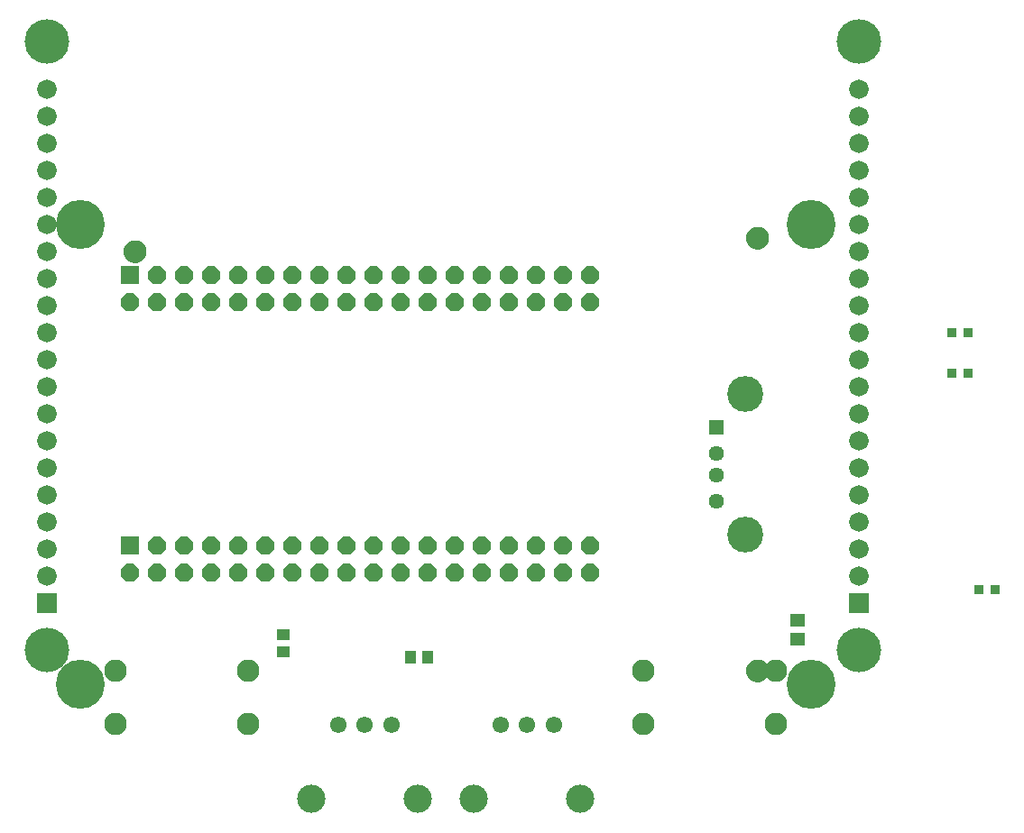
<source format=gbr>
G04 EAGLE Gerber RS-274X export*
G75*
%MOMM*%
%FSLAX34Y34*%
%LPD*%
%INSoldermask Top*%
%IPPOS*%
%AMOC8*
5,1,8,0,0,1.08239X$1,22.5*%
G01*
%ADD10R,1.676400X1.676400*%
%ADD11P,1.814519X8X22.500000*%
%ADD12R,0.952400X0.952400*%
%ADD13C,1.552400*%
%ADD14C,2.652400*%
%ADD15C,2.112400*%
%ADD16R,1.183641X1.102359*%
%ADD17C,4.597400*%
%ADD18C,0.609600*%
%ADD19C,1.168400*%
%ADD20R,1.422400X1.295400*%
%ADD21R,1.440400X1.440400*%
%ADD22C,1.440400*%
%ADD23C,3.372400*%
%ADD24R,1.828800X1.828800*%
%ADD25C,1.828800*%
%ADD26C,4.168400*%
%ADD27R,1.102359X1.183641*%


D10*
X84500Y421900D03*
D11*
X84500Y396500D03*
X109900Y421900D03*
X109900Y396500D03*
X135300Y421900D03*
X135300Y396500D03*
X160700Y421900D03*
X160700Y396500D03*
X186100Y421900D03*
X186100Y396500D03*
X211500Y421900D03*
X211500Y396500D03*
X236900Y421900D03*
X236900Y396500D03*
X262300Y421900D03*
X262300Y396500D03*
X287700Y421900D03*
X287700Y396500D03*
X313100Y421900D03*
X313100Y396500D03*
X338500Y421900D03*
X338500Y396500D03*
X363900Y421900D03*
X363900Y396500D03*
X389300Y421900D03*
X389300Y396500D03*
X414700Y421900D03*
X414700Y396500D03*
X440100Y421900D03*
X440100Y396500D03*
X465500Y421900D03*
X465500Y396500D03*
X490900Y421900D03*
X490900Y396500D03*
X516300Y421900D03*
X516300Y396500D03*
D10*
X84500Y167900D03*
D11*
X84500Y142500D03*
X109900Y167900D03*
X109900Y142500D03*
X135300Y167900D03*
X135300Y142500D03*
X160700Y167900D03*
X160700Y142500D03*
X186100Y167900D03*
X186100Y142500D03*
X211500Y167900D03*
X211500Y142500D03*
X236900Y167900D03*
X236900Y142500D03*
X262300Y167900D03*
X262300Y142500D03*
X287700Y167900D03*
X287700Y142500D03*
X313100Y167900D03*
X313100Y142500D03*
X338500Y167900D03*
X338500Y142500D03*
X363900Y167900D03*
X363900Y142500D03*
X389300Y167900D03*
X389300Y142500D03*
X414700Y167900D03*
X414700Y142500D03*
X440100Y167900D03*
X440100Y142500D03*
X465500Y167900D03*
X465500Y142500D03*
X490900Y167900D03*
X490900Y142500D03*
X516300Y167900D03*
X516300Y142500D03*
D12*
X856100Y368300D03*
X871100Y368300D03*
D13*
X482200Y0D03*
X457200Y0D03*
X432200Y0D03*
D14*
X507200Y-70000D03*
X407200Y-70000D03*
D15*
X70850Y400D03*
X70850Y50400D03*
X195850Y50400D03*
X195850Y400D03*
D12*
X856100Y330200D03*
X871100Y330200D03*
D16*
X228600Y84201D03*
X228600Y68199D03*
D17*
X38100Y469900D03*
X38100Y38100D03*
X723900Y38100D03*
X723900Y469900D03*
D18*
X665480Y457200D02*
X665482Y457387D01*
X665489Y457574D01*
X665501Y457761D01*
X665517Y457947D01*
X665537Y458133D01*
X665562Y458318D01*
X665592Y458503D01*
X665626Y458687D01*
X665665Y458870D01*
X665708Y459052D01*
X665756Y459232D01*
X665808Y459412D01*
X665865Y459590D01*
X665925Y459767D01*
X665991Y459942D01*
X666060Y460116D01*
X666134Y460288D01*
X666212Y460458D01*
X666294Y460626D01*
X666380Y460792D01*
X666470Y460956D01*
X666564Y461117D01*
X666662Y461277D01*
X666764Y461433D01*
X666870Y461588D01*
X666980Y461739D01*
X667093Y461888D01*
X667210Y462034D01*
X667330Y462177D01*
X667454Y462317D01*
X667581Y462454D01*
X667712Y462588D01*
X667846Y462719D01*
X667983Y462846D01*
X668123Y462970D01*
X668266Y463090D01*
X668412Y463207D01*
X668561Y463320D01*
X668712Y463430D01*
X668867Y463536D01*
X669023Y463638D01*
X669183Y463736D01*
X669344Y463830D01*
X669508Y463920D01*
X669674Y464006D01*
X669842Y464088D01*
X670012Y464166D01*
X670184Y464240D01*
X670358Y464309D01*
X670533Y464375D01*
X670710Y464435D01*
X670888Y464492D01*
X671068Y464544D01*
X671248Y464592D01*
X671430Y464635D01*
X671613Y464674D01*
X671797Y464708D01*
X671982Y464738D01*
X672167Y464763D01*
X672353Y464783D01*
X672539Y464799D01*
X672726Y464811D01*
X672913Y464818D01*
X673100Y464820D01*
X673287Y464818D01*
X673474Y464811D01*
X673661Y464799D01*
X673847Y464783D01*
X674033Y464763D01*
X674218Y464738D01*
X674403Y464708D01*
X674587Y464674D01*
X674770Y464635D01*
X674952Y464592D01*
X675132Y464544D01*
X675312Y464492D01*
X675490Y464435D01*
X675667Y464375D01*
X675842Y464309D01*
X676016Y464240D01*
X676188Y464166D01*
X676358Y464088D01*
X676526Y464006D01*
X676692Y463920D01*
X676856Y463830D01*
X677017Y463736D01*
X677177Y463638D01*
X677333Y463536D01*
X677488Y463430D01*
X677639Y463320D01*
X677788Y463207D01*
X677934Y463090D01*
X678077Y462970D01*
X678217Y462846D01*
X678354Y462719D01*
X678488Y462588D01*
X678619Y462454D01*
X678746Y462317D01*
X678870Y462177D01*
X678990Y462034D01*
X679107Y461888D01*
X679220Y461739D01*
X679330Y461588D01*
X679436Y461433D01*
X679538Y461277D01*
X679636Y461117D01*
X679730Y460956D01*
X679820Y460792D01*
X679906Y460626D01*
X679988Y460458D01*
X680066Y460288D01*
X680140Y460116D01*
X680209Y459942D01*
X680275Y459767D01*
X680335Y459590D01*
X680392Y459412D01*
X680444Y459232D01*
X680492Y459052D01*
X680535Y458870D01*
X680574Y458687D01*
X680608Y458503D01*
X680638Y458318D01*
X680663Y458133D01*
X680683Y457947D01*
X680699Y457761D01*
X680711Y457574D01*
X680718Y457387D01*
X680720Y457200D01*
X680718Y457013D01*
X680711Y456826D01*
X680699Y456639D01*
X680683Y456453D01*
X680663Y456267D01*
X680638Y456082D01*
X680608Y455897D01*
X680574Y455713D01*
X680535Y455530D01*
X680492Y455348D01*
X680444Y455168D01*
X680392Y454988D01*
X680335Y454810D01*
X680275Y454633D01*
X680209Y454458D01*
X680140Y454284D01*
X680066Y454112D01*
X679988Y453942D01*
X679906Y453774D01*
X679820Y453608D01*
X679730Y453444D01*
X679636Y453283D01*
X679538Y453123D01*
X679436Y452967D01*
X679330Y452812D01*
X679220Y452661D01*
X679107Y452512D01*
X678990Y452366D01*
X678870Y452223D01*
X678746Y452083D01*
X678619Y451946D01*
X678488Y451812D01*
X678354Y451681D01*
X678217Y451554D01*
X678077Y451430D01*
X677934Y451310D01*
X677788Y451193D01*
X677639Y451080D01*
X677488Y450970D01*
X677333Y450864D01*
X677177Y450762D01*
X677017Y450664D01*
X676856Y450570D01*
X676692Y450480D01*
X676526Y450394D01*
X676358Y450312D01*
X676188Y450234D01*
X676016Y450160D01*
X675842Y450091D01*
X675667Y450025D01*
X675490Y449965D01*
X675312Y449908D01*
X675132Y449856D01*
X674952Y449808D01*
X674770Y449765D01*
X674587Y449726D01*
X674403Y449692D01*
X674218Y449662D01*
X674033Y449637D01*
X673847Y449617D01*
X673661Y449601D01*
X673474Y449589D01*
X673287Y449582D01*
X673100Y449580D01*
X672913Y449582D01*
X672726Y449589D01*
X672539Y449601D01*
X672353Y449617D01*
X672167Y449637D01*
X671982Y449662D01*
X671797Y449692D01*
X671613Y449726D01*
X671430Y449765D01*
X671248Y449808D01*
X671068Y449856D01*
X670888Y449908D01*
X670710Y449965D01*
X670533Y450025D01*
X670358Y450091D01*
X670184Y450160D01*
X670012Y450234D01*
X669842Y450312D01*
X669674Y450394D01*
X669508Y450480D01*
X669344Y450570D01*
X669183Y450664D01*
X669023Y450762D01*
X668867Y450864D01*
X668712Y450970D01*
X668561Y451080D01*
X668412Y451193D01*
X668266Y451310D01*
X668123Y451430D01*
X667983Y451554D01*
X667846Y451681D01*
X667712Y451812D01*
X667581Y451946D01*
X667454Y452083D01*
X667330Y452223D01*
X667210Y452366D01*
X667093Y452512D01*
X666980Y452661D01*
X666870Y452812D01*
X666764Y452967D01*
X666662Y453123D01*
X666564Y453283D01*
X666470Y453444D01*
X666380Y453608D01*
X666294Y453774D01*
X666212Y453942D01*
X666134Y454112D01*
X666060Y454284D01*
X665991Y454458D01*
X665925Y454633D01*
X665865Y454810D01*
X665808Y454988D01*
X665756Y455168D01*
X665708Y455348D01*
X665665Y455530D01*
X665626Y455713D01*
X665592Y455897D01*
X665562Y456082D01*
X665537Y456267D01*
X665517Y456453D01*
X665501Y456639D01*
X665489Y456826D01*
X665482Y457013D01*
X665480Y457200D01*
D19*
X673100Y457200D03*
D18*
X665480Y50800D02*
X665482Y50987D01*
X665489Y51174D01*
X665501Y51361D01*
X665517Y51547D01*
X665537Y51733D01*
X665562Y51918D01*
X665592Y52103D01*
X665626Y52287D01*
X665665Y52470D01*
X665708Y52652D01*
X665756Y52832D01*
X665808Y53012D01*
X665865Y53190D01*
X665925Y53367D01*
X665991Y53542D01*
X666060Y53716D01*
X666134Y53888D01*
X666212Y54058D01*
X666294Y54226D01*
X666380Y54392D01*
X666470Y54556D01*
X666564Y54717D01*
X666662Y54877D01*
X666764Y55033D01*
X666870Y55188D01*
X666980Y55339D01*
X667093Y55488D01*
X667210Y55634D01*
X667330Y55777D01*
X667454Y55917D01*
X667581Y56054D01*
X667712Y56188D01*
X667846Y56319D01*
X667983Y56446D01*
X668123Y56570D01*
X668266Y56690D01*
X668412Y56807D01*
X668561Y56920D01*
X668712Y57030D01*
X668867Y57136D01*
X669023Y57238D01*
X669183Y57336D01*
X669344Y57430D01*
X669508Y57520D01*
X669674Y57606D01*
X669842Y57688D01*
X670012Y57766D01*
X670184Y57840D01*
X670358Y57909D01*
X670533Y57975D01*
X670710Y58035D01*
X670888Y58092D01*
X671068Y58144D01*
X671248Y58192D01*
X671430Y58235D01*
X671613Y58274D01*
X671797Y58308D01*
X671982Y58338D01*
X672167Y58363D01*
X672353Y58383D01*
X672539Y58399D01*
X672726Y58411D01*
X672913Y58418D01*
X673100Y58420D01*
X673287Y58418D01*
X673474Y58411D01*
X673661Y58399D01*
X673847Y58383D01*
X674033Y58363D01*
X674218Y58338D01*
X674403Y58308D01*
X674587Y58274D01*
X674770Y58235D01*
X674952Y58192D01*
X675132Y58144D01*
X675312Y58092D01*
X675490Y58035D01*
X675667Y57975D01*
X675842Y57909D01*
X676016Y57840D01*
X676188Y57766D01*
X676358Y57688D01*
X676526Y57606D01*
X676692Y57520D01*
X676856Y57430D01*
X677017Y57336D01*
X677177Y57238D01*
X677333Y57136D01*
X677488Y57030D01*
X677639Y56920D01*
X677788Y56807D01*
X677934Y56690D01*
X678077Y56570D01*
X678217Y56446D01*
X678354Y56319D01*
X678488Y56188D01*
X678619Y56054D01*
X678746Y55917D01*
X678870Y55777D01*
X678990Y55634D01*
X679107Y55488D01*
X679220Y55339D01*
X679330Y55188D01*
X679436Y55033D01*
X679538Y54877D01*
X679636Y54717D01*
X679730Y54556D01*
X679820Y54392D01*
X679906Y54226D01*
X679988Y54058D01*
X680066Y53888D01*
X680140Y53716D01*
X680209Y53542D01*
X680275Y53367D01*
X680335Y53190D01*
X680392Y53012D01*
X680444Y52832D01*
X680492Y52652D01*
X680535Y52470D01*
X680574Y52287D01*
X680608Y52103D01*
X680638Y51918D01*
X680663Y51733D01*
X680683Y51547D01*
X680699Y51361D01*
X680711Y51174D01*
X680718Y50987D01*
X680720Y50800D01*
X680718Y50613D01*
X680711Y50426D01*
X680699Y50239D01*
X680683Y50053D01*
X680663Y49867D01*
X680638Y49682D01*
X680608Y49497D01*
X680574Y49313D01*
X680535Y49130D01*
X680492Y48948D01*
X680444Y48768D01*
X680392Y48588D01*
X680335Y48410D01*
X680275Y48233D01*
X680209Y48058D01*
X680140Y47884D01*
X680066Y47712D01*
X679988Y47542D01*
X679906Y47374D01*
X679820Y47208D01*
X679730Y47044D01*
X679636Y46883D01*
X679538Y46723D01*
X679436Y46567D01*
X679330Y46412D01*
X679220Y46261D01*
X679107Y46112D01*
X678990Y45966D01*
X678870Y45823D01*
X678746Y45683D01*
X678619Y45546D01*
X678488Y45412D01*
X678354Y45281D01*
X678217Y45154D01*
X678077Y45030D01*
X677934Y44910D01*
X677788Y44793D01*
X677639Y44680D01*
X677488Y44570D01*
X677333Y44464D01*
X677177Y44362D01*
X677017Y44264D01*
X676856Y44170D01*
X676692Y44080D01*
X676526Y43994D01*
X676358Y43912D01*
X676188Y43834D01*
X676016Y43760D01*
X675842Y43691D01*
X675667Y43625D01*
X675490Y43565D01*
X675312Y43508D01*
X675132Y43456D01*
X674952Y43408D01*
X674770Y43365D01*
X674587Y43326D01*
X674403Y43292D01*
X674218Y43262D01*
X674033Y43237D01*
X673847Y43217D01*
X673661Y43201D01*
X673474Y43189D01*
X673287Y43182D01*
X673100Y43180D01*
X672913Y43182D01*
X672726Y43189D01*
X672539Y43201D01*
X672353Y43217D01*
X672167Y43237D01*
X671982Y43262D01*
X671797Y43292D01*
X671613Y43326D01*
X671430Y43365D01*
X671248Y43408D01*
X671068Y43456D01*
X670888Y43508D01*
X670710Y43565D01*
X670533Y43625D01*
X670358Y43691D01*
X670184Y43760D01*
X670012Y43834D01*
X669842Y43912D01*
X669674Y43994D01*
X669508Y44080D01*
X669344Y44170D01*
X669183Y44264D01*
X669023Y44362D01*
X668867Y44464D01*
X668712Y44570D01*
X668561Y44680D01*
X668412Y44793D01*
X668266Y44910D01*
X668123Y45030D01*
X667983Y45154D01*
X667846Y45281D01*
X667712Y45412D01*
X667581Y45546D01*
X667454Y45683D01*
X667330Y45823D01*
X667210Y45966D01*
X667093Y46112D01*
X666980Y46261D01*
X666870Y46412D01*
X666764Y46567D01*
X666662Y46723D01*
X666564Y46883D01*
X666470Y47044D01*
X666380Y47208D01*
X666294Y47374D01*
X666212Y47542D01*
X666134Y47712D01*
X666060Y47884D01*
X665991Y48058D01*
X665925Y48233D01*
X665865Y48410D01*
X665808Y48588D01*
X665756Y48768D01*
X665708Y48948D01*
X665665Y49130D01*
X665626Y49313D01*
X665592Y49497D01*
X665562Y49682D01*
X665537Y49867D01*
X665517Y50053D01*
X665501Y50239D01*
X665489Y50426D01*
X665482Y50613D01*
X665480Y50800D01*
D19*
X673100Y50800D03*
D18*
X81280Y444500D02*
X81282Y444687D01*
X81289Y444874D01*
X81301Y445061D01*
X81317Y445247D01*
X81337Y445433D01*
X81362Y445618D01*
X81392Y445803D01*
X81426Y445987D01*
X81465Y446170D01*
X81508Y446352D01*
X81556Y446532D01*
X81608Y446712D01*
X81665Y446890D01*
X81725Y447067D01*
X81791Y447242D01*
X81860Y447416D01*
X81934Y447588D01*
X82012Y447758D01*
X82094Y447926D01*
X82180Y448092D01*
X82270Y448256D01*
X82364Y448417D01*
X82462Y448577D01*
X82564Y448733D01*
X82670Y448888D01*
X82780Y449039D01*
X82893Y449188D01*
X83010Y449334D01*
X83130Y449477D01*
X83254Y449617D01*
X83381Y449754D01*
X83512Y449888D01*
X83646Y450019D01*
X83783Y450146D01*
X83923Y450270D01*
X84066Y450390D01*
X84212Y450507D01*
X84361Y450620D01*
X84512Y450730D01*
X84667Y450836D01*
X84823Y450938D01*
X84983Y451036D01*
X85144Y451130D01*
X85308Y451220D01*
X85474Y451306D01*
X85642Y451388D01*
X85812Y451466D01*
X85984Y451540D01*
X86158Y451609D01*
X86333Y451675D01*
X86510Y451735D01*
X86688Y451792D01*
X86868Y451844D01*
X87048Y451892D01*
X87230Y451935D01*
X87413Y451974D01*
X87597Y452008D01*
X87782Y452038D01*
X87967Y452063D01*
X88153Y452083D01*
X88339Y452099D01*
X88526Y452111D01*
X88713Y452118D01*
X88900Y452120D01*
X89087Y452118D01*
X89274Y452111D01*
X89461Y452099D01*
X89647Y452083D01*
X89833Y452063D01*
X90018Y452038D01*
X90203Y452008D01*
X90387Y451974D01*
X90570Y451935D01*
X90752Y451892D01*
X90932Y451844D01*
X91112Y451792D01*
X91290Y451735D01*
X91467Y451675D01*
X91642Y451609D01*
X91816Y451540D01*
X91988Y451466D01*
X92158Y451388D01*
X92326Y451306D01*
X92492Y451220D01*
X92656Y451130D01*
X92817Y451036D01*
X92977Y450938D01*
X93133Y450836D01*
X93288Y450730D01*
X93439Y450620D01*
X93588Y450507D01*
X93734Y450390D01*
X93877Y450270D01*
X94017Y450146D01*
X94154Y450019D01*
X94288Y449888D01*
X94419Y449754D01*
X94546Y449617D01*
X94670Y449477D01*
X94790Y449334D01*
X94907Y449188D01*
X95020Y449039D01*
X95130Y448888D01*
X95236Y448733D01*
X95338Y448577D01*
X95436Y448417D01*
X95530Y448256D01*
X95620Y448092D01*
X95706Y447926D01*
X95788Y447758D01*
X95866Y447588D01*
X95940Y447416D01*
X96009Y447242D01*
X96075Y447067D01*
X96135Y446890D01*
X96192Y446712D01*
X96244Y446532D01*
X96292Y446352D01*
X96335Y446170D01*
X96374Y445987D01*
X96408Y445803D01*
X96438Y445618D01*
X96463Y445433D01*
X96483Y445247D01*
X96499Y445061D01*
X96511Y444874D01*
X96518Y444687D01*
X96520Y444500D01*
X96518Y444313D01*
X96511Y444126D01*
X96499Y443939D01*
X96483Y443753D01*
X96463Y443567D01*
X96438Y443382D01*
X96408Y443197D01*
X96374Y443013D01*
X96335Y442830D01*
X96292Y442648D01*
X96244Y442468D01*
X96192Y442288D01*
X96135Y442110D01*
X96075Y441933D01*
X96009Y441758D01*
X95940Y441584D01*
X95866Y441412D01*
X95788Y441242D01*
X95706Y441074D01*
X95620Y440908D01*
X95530Y440744D01*
X95436Y440583D01*
X95338Y440423D01*
X95236Y440267D01*
X95130Y440112D01*
X95020Y439961D01*
X94907Y439812D01*
X94790Y439666D01*
X94670Y439523D01*
X94546Y439383D01*
X94419Y439246D01*
X94288Y439112D01*
X94154Y438981D01*
X94017Y438854D01*
X93877Y438730D01*
X93734Y438610D01*
X93588Y438493D01*
X93439Y438380D01*
X93288Y438270D01*
X93133Y438164D01*
X92977Y438062D01*
X92817Y437964D01*
X92656Y437870D01*
X92492Y437780D01*
X92326Y437694D01*
X92158Y437612D01*
X91988Y437534D01*
X91816Y437460D01*
X91642Y437391D01*
X91467Y437325D01*
X91290Y437265D01*
X91112Y437208D01*
X90932Y437156D01*
X90752Y437108D01*
X90570Y437065D01*
X90387Y437026D01*
X90203Y436992D01*
X90018Y436962D01*
X89833Y436937D01*
X89647Y436917D01*
X89461Y436901D01*
X89274Y436889D01*
X89087Y436882D01*
X88900Y436880D01*
X88713Y436882D01*
X88526Y436889D01*
X88339Y436901D01*
X88153Y436917D01*
X87967Y436937D01*
X87782Y436962D01*
X87597Y436992D01*
X87413Y437026D01*
X87230Y437065D01*
X87048Y437108D01*
X86868Y437156D01*
X86688Y437208D01*
X86510Y437265D01*
X86333Y437325D01*
X86158Y437391D01*
X85984Y437460D01*
X85812Y437534D01*
X85642Y437612D01*
X85474Y437694D01*
X85308Y437780D01*
X85144Y437870D01*
X84983Y437964D01*
X84823Y438062D01*
X84667Y438164D01*
X84512Y438270D01*
X84361Y438380D01*
X84212Y438493D01*
X84066Y438610D01*
X83923Y438730D01*
X83783Y438854D01*
X83646Y438981D01*
X83512Y439112D01*
X83381Y439246D01*
X83254Y439383D01*
X83130Y439523D01*
X83010Y439666D01*
X82893Y439812D01*
X82780Y439961D01*
X82670Y440112D01*
X82564Y440267D01*
X82462Y440423D01*
X82364Y440583D01*
X82270Y440744D01*
X82180Y440908D01*
X82094Y441074D01*
X82012Y441242D01*
X81934Y441412D01*
X81860Y441584D01*
X81791Y441758D01*
X81725Y441933D01*
X81665Y442110D01*
X81608Y442288D01*
X81556Y442468D01*
X81508Y442648D01*
X81465Y442830D01*
X81426Y443013D01*
X81392Y443197D01*
X81362Y443382D01*
X81337Y443567D01*
X81317Y443753D01*
X81301Y443939D01*
X81289Y444126D01*
X81282Y444313D01*
X81280Y444500D01*
D19*
X88900Y444500D03*
D20*
X711200Y80010D03*
X711200Y97790D03*
D21*
X635000Y279400D03*
D22*
X635000Y254400D03*
X635000Y234400D03*
X635000Y209400D03*
D23*
X662100Y310100D03*
X662100Y178700D03*
D24*
X6350Y114300D03*
D25*
X6350Y139700D03*
X6350Y165100D03*
X6350Y190500D03*
X6350Y215900D03*
X6350Y241300D03*
X6350Y266700D03*
X6350Y292100D03*
X6350Y317500D03*
X6350Y342900D03*
X6350Y368300D03*
X6350Y393700D03*
X6350Y419100D03*
X6350Y444500D03*
X6350Y469900D03*
X6350Y495300D03*
X6350Y520700D03*
X6350Y546100D03*
X6350Y571500D03*
X6350Y596900D03*
D24*
X768350Y114300D03*
D25*
X768350Y139700D03*
X768350Y165100D03*
X768350Y190500D03*
X768350Y215900D03*
X768350Y241300D03*
X768350Y266700D03*
X768350Y292100D03*
X768350Y317500D03*
X768350Y342900D03*
X768350Y368300D03*
X768350Y393700D03*
X768350Y419100D03*
X768350Y444500D03*
X768350Y469900D03*
X768350Y495300D03*
X768350Y520700D03*
X768350Y546100D03*
X768350Y571500D03*
X768350Y596900D03*
D26*
X768350Y69850D03*
X768350Y641350D03*
X6350Y69850D03*
X6350Y641350D03*
D12*
X881500Y127000D03*
X896500Y127000D03*
D13*
X329800Y0D03*
X304800Y0D03*
X279800Y0D03*
D14*
X354800Y-70000D03*
X254800Y-70000D03*
D15*
X566150Y400D03*
X566150Y50400D03*
X691150Y50400D03*
X691150Y400D03*
D27*
X347599Y63500D03*
X363601Y63500D03*
M02*

</source>
